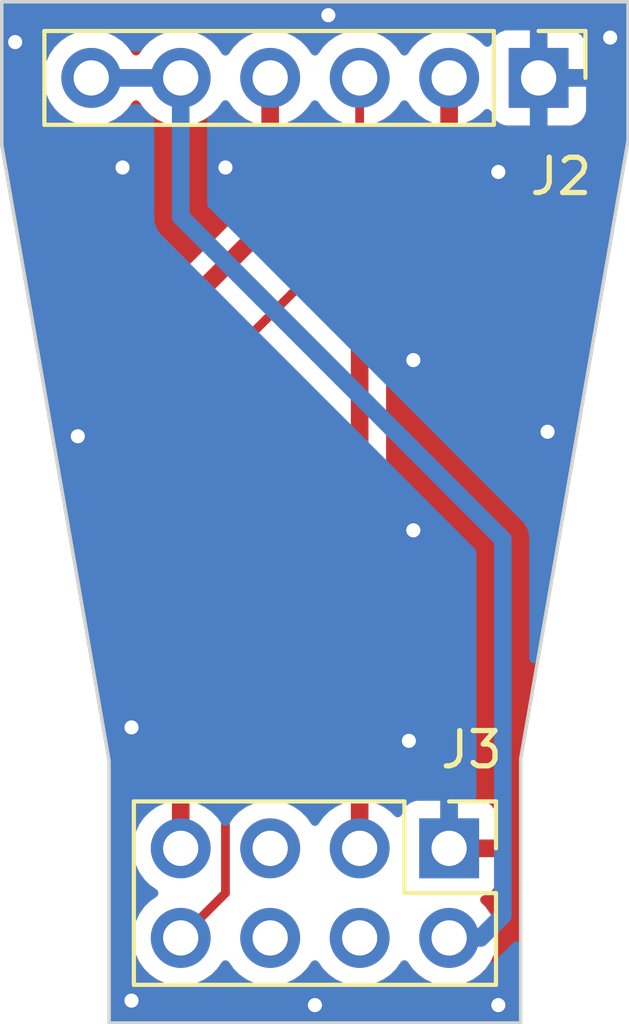
<source format=kicad_pcb>
(kicad_pcb (version 20221018) (generator pcbnew)
  (layers (0 "F.Cu" signal) (31 "B.Cu" signal) (34 "B.Paste" user) (35 "F.Paste" user) (36 "B.SilkS" user "B.Silkscreen") (37 "F.SilkS" user "F.Silkscreen") (38 "B.Mask" user) (39 "F.Mask" user) (44 "Edge.Cuts" user))
  (net 0 "")
  (net 1 "GND")
  (net 2 "CS")
  (net 3 "MOSI")
  (net 4 "SCK")
  (net 5 "+5V")
  (footprint "Connector_PinHeader_2.54mm:PinHeader_2x04_P2.54mm_Vertical" (layer "F.Cu") (at 158.496 91.567 -90)
    (fp_text reference "J3" (at -2.794 -0.635 -180) (layer "F.SilkS"))
    (fp_text value "Conn_02x04_Counter_Clockwise" hide)
    (fp_line (start -1.33 -1.33) (end 0 -1.33) (stroke (width 0.12)) (layer "F.SilkS"))
    (fp_line (start -1.33 0) (end -1.33 -1.33) (stroke (width 0.12)) (layer "F.SilkS"))
    (fp_line (start -1.33 1.27) (end -1.33 8.95) (stroke (width 0.12)) (layer "F.SilkS"))
    (fp_line (start -1.33 1.27) (end 1.27 1.27) (stroke (width 0.12)) (layer "F.SilkS"))
    (fp_line (start -1.33 8.95) (end 3.87 8.95) (stroke (width 0.12)) (layer "F.SilkS"))
    (fp_line (start 1.27 -1.33) (end 3.87 -1.33) (stroke (width 0.12)) (layer "F.SilkS"))
    (fp_line (start 1.27 1.27) (end 1.27 -1.33) (stroke (width 0.12)) (layer "F.SilkS"))
    (fp_line (start 3.87 -1.33) (end 3.87 8.95) (stroke (width 0.12)) (layer "F.SilkS"))
    (pad "1" thru_hole rect (at 0 0 270) (size 1.7 1.7) (drill 1) (layers "*.Cu" "*.Mask") (net 1 "GND"))
    (pad "2" thru_hole oval (at 2.54 0 270) (size 1.7 1.7) (drill 1) (layers "*.Cu" "*.Mask") (net 5 "+5V"))
    (pad "3" thru_hole oval (at 0 2.54 270) (size 1.7 1.7) (drill 1) (layers "*.Cu" "*.Mask") (net 3 "MOSI"))
    (pad "4" thru_hole oval (at 2.54 2.54 270) (size 1.7 1.7) (drill 1) (layers "*.Cu" "*.Mask"))
    (pad "5" thru_hole oval (at 0 5.08 270) (size 1.7 1.7) (drill 1) (layers "*.Cu" "*.Mask"))
    (pad "6" thru_hole oval (at 2.54 5.08 270) (size 1.7 1.7) (drill 1) (layers "*.Cu" "*.Mask"))
    (pad "7" thru_hole oval (at 0 7.62 270) (size 1.7 1.7) (drill 1) (layers "*.Cu" "*.Mask") (net 4 "SCK"))
    (pad "8" thru_hole oval (at 2.54 7.62 270) (size 1.7 1.7) (drill 1) (layers "*.Cu" "*.Mask") (net 2 "CS"))
  )
  (footprint "Connector_PinHeader_2.54mm:PinHeader_1x06_P2.54mm_Vertical" (layer "F.Cu") (at 161.036 69.723 -90)
    (fp_text reference "J2" (at 2.794 -0.635 -180) (layer "F.SilkS"))
    (fp_text value "Conn_01x06" hide)
    (fp_line (start -1.33 -1.33) (end 0 -1.33) (stroke (width 0.12)) (layer "F.SilkS"))
    (fp_line (start -1.33 0) (end -1.33 -1.33) (stroke (width 0.12)) (layer "F.SilkS"))
    (fp_line (start -1.33 1.27) (end -1.33 14.03) (stroke (width 0.12)) (layer "F.SilkS"))
    (fp_line (start -1.33 1.27) (end 1.33 1.27) (stroke (width 0.12)) (layer "F.SilkS"))
    (fp_line (start -1.33 14.03) (end 1.33 14.03) (stroke (width 0.12)) (layer "F.SilkS"))
    (fp_line (start 1.33 1.27) (end 1.33 14.03) (stroke (width 0.12)) (layer "F.SilkS"))
    (pad "1" thru_hole rect (at 0 0 270) (size 1.7 1.7) (drill 1) (layers "*.Cu" "*.Mask") (net 1 "GND"))
    (pad "2" thru_hole oval (at 0 2.54 270) (size 1.7 1.7) (drill 1) (layers "*.Cu" "*.Mask") (net 3 "MOSI"))
    (pad "3" thru_hole oval (at 0 5.08 270) (size 1.7 1.7) (drill 1) (layers "*.Cu" "*.Mask") (net 2 "CS"))
    (pad "4" thru_hole oval (at 0 7.62 270) (size 1.7 1.7) (drill 1) (layers "*.Cu" "*.Mask") (net 4 "SCK"))
    (pad "5" thru_hole oval (at 0 10.16 270) (size 1.7 1.7) (drill 1) (layers "*.Cu" "*.Mask") (net 5 "+5V"))
    (pad "6" thru_hole oval (at 0 12.7 270) (size 1.7 1.7) (drill 1) (layers "*.Cu" "*.Mask") (net 5 "+5V"))
  )
  (gr_line (start 145.796 71.628) (end 145.796 67.564) (stroke (width 0.1)) (layer "Edge.Cuts"))
  (gr_line (start 160.528 96.52) (end 148.844 96.52) (stroke (width 0.1)) (layer "Edge.Cuts"))
  (gr_line (start 160.528 96.52) (end 160.528 89.027) (stroke (width 0.1)) (layer "Edge.Cuts"))
  (gr_line (start 148.844 96.52) (end 148.844 89.0905) (stroke (width 0.1)) (layer "Edge.Cuts"))
  (gr_line (start 160.528 89.027) (end 163.576 71.501) (stroke (width 0.1)) (layer "Edge.Cuts"))
  (gr_line (start 163.576 71.501) (end 163.576 67.564) (stroke (width 0.1)) (layer "Edge.Cuts"))
  (gr_line (start 163.576 67.564) (end 147.32 67.564) (stroke (width 0.1)) (layer "Edge.Cuts"))
  (gr_line (start 145.796 67.564) (end 147.32 67.564) (stroke (width 0.1)) (layer "Edge.Cuts"))
  (gr_line (start 148.844 89.0905) (end 145.796 71.628) (stroke (width 0.1)) (layer "Edge.Cuts"))
  (segment (start 161.036 73.914) (end 161.036 69.723) (width 0.5) (layer "F.Cu") (net 1))
  (segment (start 158.496 76.454) (end 161.036 73.914) (width 0.5) (layer "F.Cu") (net 1))
  (segment (start 158.496 91.567) (end 158.496 76.454) (width 0.5) (layer "F.Cu") (net 1))
  (via (at 155.067 67.945) (size 0.8) (drill 0.4) (layers "F.Cu" "B.Cu") (net 1))
  (via (at 152.146 72.263) (size 0.8) (drill 0.4) (layers "F.Cu" "B.Cu") (net 1))
  (via (at 147.955 79.883) (size 0.8) (drill 0.4) (layers "F.Cu" "B.Cu") (net 1))
  (via (at 146.177 68.707) (size 0.8) (drill 0.4) (layers "F.Cu" "B.Cu") (net 1))
  (via (at 161.29 79.756) (size 0.8) (drill 0.4) (layers "F.Cu" "B.Cu") (net 1))
  (via (at 149.479 88.138) (size 0.8) (drill 0.4) (layers "F.Cu" "B.Cu") (net 1))
  (via (at 157.353 88.519) (size 0.8) (drill 0.4) (layers "F.Cu" "B.Cu") (net 1))
  (via (at 157.48 82.55) (size 0.8) (drill 0.4) (layers "F.Cu" "B.Cu") (net 1))
  (via (at 149.225 72.263) (size 0.8) (drill 0.4) (layers "F.Cu" "B.Cu") (net 1))
  (via (at 163.068 68.58) (size 0.8) (drill 0.4) (layers "F.Cu" "B.Cu") (net 1))
  (via (at 159.893 96.012) (size 0.8) (drill 0.4) (layers "F.Cu" "B.Cu") (net 1))
  (via (at 149.479 95.885) (size 0.8) (drill 0.4) (layers "F.Cu" "B.Cu") (net 1))
  (via (at 157.48 77.724) (size 0.8) (drill 0.4) (layers "F.Cu" "B.Cu") (net 1))
  (via (at 154.686 96.012) (size 0.8) (drill 0.4) (layers "F.Cu" "B.Cu") (net 1))
  (via (at 159.893 72.39) (size 0.8) (drill 0.4) (layers "F.Cu" "B.Cu") (net 1))
  (segment (start 155.956 73.914) (end 155.956 69.723) (width 0.25) (layer "F.Cu") (net 2))
  (segment (start 152.146 92.837) (end 152.146 77.724) (width 0.25) (layer "F.Cu") (net 2))
  (segment (start 152.146 77.724) (end 155.956 73.914) (width 0.25) (layer "F.Cu") (net 2))
  (segment (start 150.876 94.107) (end 152.146 92.837) (width 0.25) (layer "F.Cu") (net 2))
  (segment (start 155.956 91.567) (end 155.956 76.454) (width 0.5) (layer "F.Cu") (net 3))
  (segment (start 158.496 73.914) (end 158.496 69.723) (width 0.5) (layer "F.Cu") (net 3))
  (segment (start 155.956 76.454) (end 158.496 73.914) (width 0.5) (layer "F.Cu") (net 3))
  (segment (start 153.416 73.787) (end 153.416 69.723) (width 0.5) (layer "F.Cu") (net 4))
  (segment (start 150.876 91.567) (end 150.876 76.327) (width 0.5) (layer "F.Cu") (net 4))
  (segment (start 150.876 76.327) (end 153.416 73.787) (width 0.5) (layer "F.Cu") (net 4))
  (segment (start 159.385 94.107) (end 160.02 93.472) (width 0.5) (layer "B.Cu") (net 5))
  (segment (start 158.496 94.107) (end 159.385 94.107) (width 0.5) (layer "B.Cu") (net 5))
  (segment (start 160.02 93.472) (end 160.02 82.804) (width 0.5) (layer "B.Cu") (net 5))
  (segment (start 150.876 69.723) (end 148.336 69.723) (width 0.5) (layer "B.Cu") (net 5))
  (segment (start 150.876 73.66) (end 150.876 69.723) (width 0.5) (layer "B.Cu") (net 5))
  (segment (start 160.02 82.804) (end 150.876 73.66) (width 0.5) (layer "B.Cu") (net 5))
  (zone (net 1) (net_name "GND") (layers "F&B.Cu") (connect_pads (clearance 0.5)) (min_thickness 0.25) (fill yes (thermal_gap 0.5) (thermal_bridge_width 0.5))
    (polygon (pts (xy 145.796 67.564) (xy 163.576 67.564) (xy 163.576 96.52) (xy 145.796 96.52)))
  )
)
</source>
